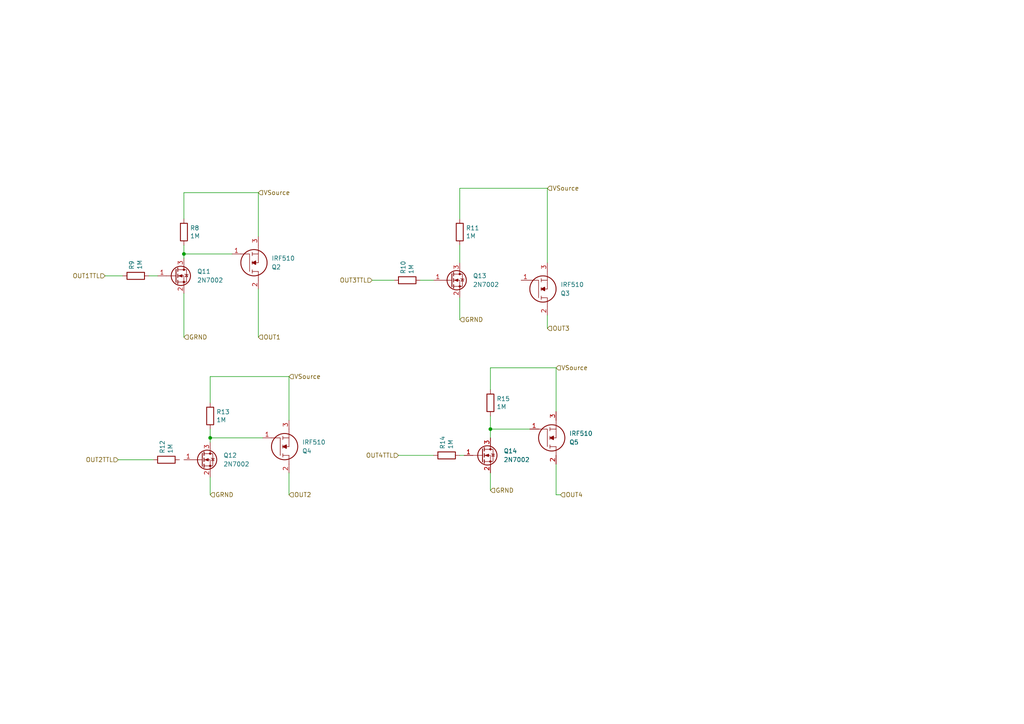
<source format=kicad_sch>
(kicad_sch (version 20250114) (generator "eeschema") (generator_version "9.0")
  (paper "A4")
  (lib_symbols
    (symbol "Device:R" (pin_numbers (hide yes)) (pin_names (offset 0))
      (property "Reference" "R" (at 2.032 0 90))
      (property "Value" "R" (at 0 0 90))
      (symbol "R_0_1"
        (rectangle (start -1.016 -2.54) (end 1.016 2.54) (stroke (width 0.254)))
      )
      (symbol "R_1_1"
        (pin passive line (at 0 3.81 270) (length 1.27) (name "~") (number "1"))
        (pin passive line (at 0 -3.81 90) (length 1.27) (name "~") (number "2"))
      )
    )
    (symbol "SamacSys_Parts:IRF510" (pin_names (offset 0.762))
      (property "Reference" "Q" (at 11.43 3.81 0))
      (property "Value" "IRF510" (at 11.43 1.27 0))
      (symbol "IRF510_0_0"
        (pin passive line (at 0 0 0) (length 2.54) (name "~") (number "1"))
        (pin passive line (at 7.62 10.16 270) (length 2.54) (name "~") (number "2"))
        (pin passive line (at 7.62 -5.08 90) (length 2.54) (name "~") (number "3"))
      )
      (symbol "IRF510_0_1"
        (polyline (pts (xy 2.54 0) (xy 5.08 0) (xy 5.08 5.08)) (stroke (width 0.1524)))
        (polyline (pts (xy 5.842 5.588) (xy 5.842 4.572)) (stroke (width 0.1524)))
        (polyline (pts (xy 5.842 2.54) (xy 6.858 3.048) (xy 6.858 2.032) (xy 5.842 2.54)) (stroke (width 0.254)) (fill (type outline)))
        (polyline (pts (xy 5.842 2.032) (xy 5.842 3.048)) (stroke (width 0.1524)))
        (polyline (pts (xy 5.842 0) (xy 7.62 0)) (stroke (width 0.1524)))
        (polyline (pts (xy 5.842 -0.508) (xy 5.842 0.508)) (stroke (width 0.1524)))
        (circle (center 6.35 2.54) (radius 3.81) (stroke (width 0.254)))
        (polyline (pts (xy 7.62 5.08) (xy 5.842 5.08)) (stroke (width 0.1524)))
        (polyline (pts (xy 7.62 5.08) (xy 7.62 7.62)) (stroke (width 0.1524)))
        (polyline (pts (xy 7.62 2.54) (xy 5.842 2.54)) (stroke (width 0.1524)))
        (polyline (pts (xy 7.62 2.54) (xy 7.62 -2.54)) (stroke (width 0.1524)))
      )
    )
    (symbol "Transistor_FET:2N7002" (pin_names (hide yes))
      (property "Reference" "Q" (at 5.08 1.905 0))
      (property "Value" "2N7002" (at 5.08 0 0))
      (symbol "2N7002_0_1"
        (polyline (pts (xy 0.254 1.905) (xy 0.254 -1.905)) (stroke (width 0.254)))
        (polyline (pts (xy 0.254 0) (xy -2.54 0)))
        (polyline (pts (xy 0.762 2.286) (xy 0.762 1.27)) (stroke (width 0.254)))
        (polyline (pts (xy 0.762 0.508) (xy 0.762 -0.508)) (stroke (width 0.254)))
        (polyline (pts (xy 0.762 -1.27) (xy 0.762 -2.286)) (stroke (width 0.254)))
        (polyline (pts (xy 0.762 -1.778) (xy 3.302 -1.778) (xy 3.302 1.778) (xy 0.762 1.778)))
        (polyline (pts (xy 1.016 0) (xy 2.032 0.381) (xy 2.032 -0.381) (xy 1.016 0)) (fill (type outline)))
        (circle (center 1.651 0) (radius 2.794) (stroke (width 0.254)))
        (polyline (pts (xy 2.54 2.54) (xy 2.54 1.778)))
        (circle (center 2.54 1.778) (radius 0.254) (fill (type outline)))
        (circle (center 2.54 -1.778) (radius 0.254) (fill (type outline)))
        (polyline (pts (xy 2.54 -2.54) (xy 2.54 0) (xy 0.762 0)))
        (polyline (pts (xy 2.794 0.508) (xy 2.921 0.381) (xy 3.683 0.381) (xy 3.81 0.254)))
        (polyline (pts (xy 3.302 0.381) (xy 2.921 -0.254) (xy 3.683 -0.254) (xy 3.302 0.381)))
      )
      (symbol "2N7002_1_1"
        (pin input line (at -5.08 0 0) (length 2.54) (name "G") (number "1"))
        (pin passive line (at 2.54 5.08 270) (length 2.54) (name "D") (number "3"))
        (pin passive line (at 2.54 -5.08 90) (length 2.54) (name "S") (number "2"))
      )
    )
  )
  (junction (at 60.96 127))
  (junction (at 53.34 73.66))
  (junction (at 142.24 124.46))
  (wire (pts (xy 115.57 132.08) (xy 125.73 132.08)))
  (wire (pts (xy 34.29 133.35) (xy 44.45 133.35)))
  (wire (pts (xy 161.29 143.51) (xy 162.56 143.51)))
  (wire (pts (xy 161.29 134.62) (xy 161.29 143.51)))
  (wire (pts (xy 60.96 109.22) (xy 83.82 109.22)))
  (wire (pts (xy 158.75 91.44) (xy 158.75 95.25)))
  (wire (pts (xy 60.96 116.84) (xy 60.96 109.22)))
  (wire (pts (xy 158.75 54.61) (xy 158.75 76.2)))
  (wire (pts (xy 133.35 86.36) (xy 133.35 92.71)))
  (wire (pts (xy 142.24 137.16) (xy 142.24 142.24)))
  (wire (pts (xy 53.34 55.88) (xy 53.34 63.5)))
  (wire (pts (xy 161.29 119.38) (xy 161.29 106.68)))
  (wire (pts (xy 121.92 81.28) (xy 125.73 81.28)))
  (wire (pts (xy 133.35 71.12) (xy 133.35 76.2)))
  (wire (pts (xy 60.96 127) (xy 60.96 128.27)))
  (wire (pts (xy 133.35 54.61) (xy 158.75 54.61)))
  (wire (pts (xy 74.93 83.82) (xy 74.93 97.79)))
  (wire (pts (xy 133.35 63.5) (xy 133.35 54.61)))
  (wire (pts (xy 161.29 106.68) (xy 142.24 106.68)))
  (wire (pts (xy 43.18 80.01) (xy 45.72 80.01)))
  (wire (pts (xy 74.93 55.88) (xy 53.34 55.88)))
  (wire (pts (xy 142.24 120.65) (xy 142.24 124.46)))
  (wire (pts (xy 53.34 71.12) (xy 53.34 73.66)))
  (wire (pts (xy 142.24 106.68) (xy 142.24 113.03)))
  (wire (pts (xy 53.34 73.66) (xy 53.34 74.93)))
  (wire (pts (xy 35.56 80.01) (xy 30.48 80.01)))
  (wire (pts (xy 60.96 124.46) (xy 60.96 127)))
  (wire (pts (xy 60.96 127) (xy 76.2 127)))
  (wire (pts (xy 67.31 73.66) (xy 53.34 73.66)))
  (wire (pts (xy 60.96 138.43) (xy 60.96 143.51)))
  (wire (pts (xy 83.82 109.22) (xy 83.82 121.92)))
  (wire (pts (xy 83.82 137.16) (xy 83.82 143.51)))
  (wire (pts (xy 74.93 68.58) (xy 74.93 55.88)))
  (wire (pts (xy 133.35 132.08) (xy 134.62 132.08)))
  (wire (pts (xy 142.24 124.46) (xy 153.67 124.46)))
  (wire (pts (xy 142.24 124.46) (xy 142.24 127)))
  (wire (pts (xy 107.95 81.28) (xy 114.3 81.28)))
  (wire (pts (xy 53.34 85.09) (xy 53.34 97.79)))
  (hierarchical_label "VSource" (shape input) (at 158.75 54.61 0))
  (hierarchical_label "OUT4" (shape input) (at 162.56 143.51 0))
  (hierarchical_label "GRND" (shape input) (at 142.24 142.24 0))
  (hierarchical_label "OUT4TTL" (shape input) (at 115.57 132.08 180))
  (hierarchical_label "GRND" (shape input) (at 53.34 97.79 0))
  (hierarchical_label "OUT2" (shape input) (at 83.82 143.51 0))
  (hierarchical_label "OUT1TTL" (shape input) (at 30.48 80.01 180))
  (hierarchical_label "OUT1" (shape input) (at 74.93 97.79 0))
  (hierarchical_label "VSource" (shape input) (at 161.29 106.68 0))
  (hierarchical_label "OUT3" (shape input) (at 158.75 95.25 0))
  (hierarchical_label "GRND" (shape input) (at 60.96 143.51 0))
  (hierarchical_label "GRND" (shape input) (at 133.35 92.71 0))
  (hierarchical_label "VSource" (shape input) (at 83.82 109.22 0))
  (hierarchical_label "VSource" (shape input) (at 74.93 55.88 0))
  (hierarchical_label "OUT2TTL" (shape input) (at 34.29 133.35 180))
  (hierarchical_label "OUT3TTL" (shape input) (at 107.95 81.28 180))
  (symbol (lib_id "Device:R") (at 142.24 116.84 0) (unit 1)
    (property "Reference" "R15" (at 144.018 115.6716 0) (effects (justify left)))
    (property "Value" "1M" (at 144.018 117.983 0) (effects (justify left)))
    (property "Footprint" "Resistor_SMD:R_1206_3216Metric_Pad1.30x1.75mm_HandSolder" (effects (hide yes)))
  )
  (symbol (lib_id "SamacSys_Parts:IRF510") (at 151.13 81.28 0) (mirror x) (unit 1)
    (property "Reference" "Q3" (at 162.56 85.0901 0) (effects (justify left)))
    (property "Value" "IRF510" (at 162.56 82.5501 0) (effects (justify left)))
    (property "Footprint" "TO254P465X1024X2050-3P" (effects (hide yes)))
    (property "Datasheet" "https://datasheet.datasheetarchive.com/originals/distributors/Datasheets-DGA23/1581363.pdf" (effects (hide yes)))
    (property "Description" "MOSFET RECOMMENDED ALT 844-IRF510PBF" (effects (hide yes)))
    (property "Height" "4.65" (effects (hide yes)))
    (property "Mouser Part Number" "844-IRF510" (effects (hide yes)))
    (property "Mouser Price/Stock" "https://www.mouser.co.uk/ProductDetail/Vishay-Siliconix/IRF510?qs=ehM%252BESVsXgwwPzb18JjqFw%3D%3D" (effects (hide yes)))
    (property "Manufacturer_Name" "Vishay" (effects (hide yes)))
    (property "Manufacturer_Part_Number" "IRF510" (effects (hide yes)))
  )
  (symbol (lib_id "Device:R") (at 53.34 67.31 0) (unit 1)
    (property "Reference" "R8" (at 55.118 66.1416 0) (effects (justify left)))
    (property "Value" "1M" (at 55.118 68.453 0) (effects (justify left)))
    (property "Footprint" "Resistor_SMD:R_1206_3216Metric_Pad1.30x1.75mm_HandSolder" (effects (hide yes)))
  )
  (symbol (lib_id "Device:R") (at 118.11 81.28 90) (unit 1)
    (property "Reference" "R10" (at 116.9416 79.502 0) (effects (justify left)))
    (property "Value" "1M" (at 119.253 79.502 0) (effects (justify left)))
    (property "Footprint" "Resistor_SMD:R_1206_3216Metric_Pad1.30x1.75mm_HandSolder" (effects (hide yes)))
  )
  (symbol (lib_id "Transistor_FET:2N7002") (at 50.8 80.01 0) (unit 1)
    (property "Reference" "Q11" (at 57.15 78.7399 0) (effects (justify left)))
    (property "Value" "2N7002" (at 57.15 81.2799 0) (effects (justify left)))
    (property "Footprint" "Package_TO_SOT_SMD:SOT-23" (effects (hide yes)))
    (property "Datasheet" "https://www.onsemi.com/pub/Collateral/NDS7002A-D.PDF" (effects (hide yes)))
    (property "Description" "0.115A Id, 60V Vds, N-Channel MOSFET, SOT-23" (effects (hide yes)))
  )
  (symbol (lib_id "Transistor_FET:2N7002") (at 139.7 132.08 0) (unit 1)
    (property "Reference" "Q14" (at 146.05 130.8099 0) (effects (justify left)))
    (property "Value" "2N7002" (at 146.05 133.3499 0) (effects (justify left)))
    (property "Footprint" "Package_TO_SOT_SMD:SOT-23" (effects (hide yes)))
    (property "Datasheet" "https://www.onsemi.com/pub/Collateral/NDS7002A-D.PDF" (effects (hide yes)))
    (property "Description" "0.115A Id, 60V Vds, N-Channel MOSFET, SOT-23" (effects (hide yes)))
  )
  (symbol (lib_id "Device:R") (at 48.26 133.35 90) (unit 1)
    (property "Reference" "R12" (at 47.0916 131.572 0) (effects (justify left)))
    (property "Value" "1M" (at 49.403 131.572 0) (effects (justify left)))
    (property "Footprint" "Resistor_SMD:R_1206_3216Metric_Pad1.30x1.75mm_HandSolder" (effects (hide yes)))
  )
  (symbol (lib_id "SamacSys_Parts:IRF510") (at 153.67 124.46 0) (mirror x) (unit 1)
    (property "Reference" "Q5" (at 165.1 128.2701 0) (effects (justify left)))
    (property "Value" "IRF510" (at 165.1 125.7301 0) (effects (justify left)))
    (property "Footprint" "TO254P465X1024X2050-3P" (effects (hide yes)))
    (property "Datasheet" "https://datasheet.datasheetarchive.com/originals/distributors/Datasheets-DGA23/1581363.pdf" (effects (hide yes)))
    (property "Description" "MOSFET RECOMMENDED ALT 844-IRF510PBF" (effects (hide yes)))
    (property "Height" "4.65" (effects (hide yes)))
    (property "Mouser Part Number" "844-IRF510" (effects (hide yes)))
    (property "Mouser Price/Stock" "https://www.mouser.co.uk/ProductDetail/Vishay-Siliconix/IRF510?qs=ehM%252BESVsXgwwPzb18JjqFw%3D%3D" (effects (hide yes)))
    (property "Manufacturer_Name" "Vishay" (effects (hide yes)))
    (property "Manufacturer_Part_Number" "IRF510" (effects (hide yes)))
  )
  (symbol (lib_id "Device:R") (at 39.37 80.01 90) (unit 1)
    (property "Reference" "R9" (at 38.2016 78.232 0) (effects (justify left)))
    (property "Value" "1M" (at 40.513 78.232 0) (effects (justify left)))
    (property "Footprint" "Resistor_SMD:R_1206_3216Metric_Pad1.30x1.75mm_HandSolder" (effects (hide yes)))
  )
  (symbol (lib_id "Device:R") (at 133.35 67.31 0) (unit 1)
    (property "Reference" "R11" (at 135.128 66.1416 0) (effects (justify left)))
    (property "Value" "1M" (at 135.128 68.453 0) (effects (justify left)))
    (property "Footprint" "Resistor_SMD:R_1206_3216Metric_Pad1.30x1.75mm_HandSolder" (effects (hide yes)))
  )
  (symbol (lib_id "SamacSys_Parts:IRF510") (at 76.2 127 0) (mirror x) (unit 1)
    (property "Reference" "Q4" (at 87.63 130.8101 0) (effects (justify left)))
    (property "Value" "IRF510" (at 87.63 128.2701 0) (effects (justify left)))
    (property "Footprint" "TO254P465X1024X2050-3P" (effects (hide yes)))
    (property "Datasheet" "https://datasheet.datasheetarchive.com/originals/distributors/Datasheets-DGA23/1581363.pdf" (effects (hide yes)))
    (property "Description" "MOSFET RECOMMENDED ALT 844-IRF510PBF" (effects (hide yes)))
    (property "Height" "4.65" (effects (hide yes)))
    (property "Mouser Part Number" "844-IRF510" (effects (hide yes)))
    (property "Mouser Price/Stock" "https://www.mouser.co.uk/ProductDetail/Vishay-Siliconix/IRF510?qs=ehM%252BESVsXgwwPzb18JjqFw%3D%3D" (effects (hide yes)))
    (property "Manufacturer_Name" "Vishay" (effects (hide yes)))
    (property "Manufacturer_Part_Number" "IRF510" (effects (hide yes)))
  )
  (symbol (lib_id "Device:R") (at 129.54 132.08 90) (unit 1)
    (property "Reference" "R14" (at 128.3716 130.302 0) (effects (justify left)))
    (property "Value" "1M" (at 130.683 130.302 0) (effects (justify left)))
    (property "Footprint" "Resistor_SMD:R_1206_3216Metric_Pad1.30x1.75mm_HandSolder" (effects (hide yes)))
  )
  (symbol (lib_id "Transistor_FET:2N7002") (at 130.81 81.28 0) (unit 1)
    (property "Reference" "Q13" (at 137.16 80.0099 0) (effects (justify left)))
    (property "Value" "2N7002" (at 137.16 82.5499 0) (effects (justify left)))
    (property "Footprint" "Package_TO_SOT_SMD:SOT-23" (effects (hide yes)))
    (property "Datasheet" "https://www.onsemi.com/pub/Collateral/NDS7002A-D.PDF" (effects (hide yes)))
    (property "Description" "0.115A Id, 60V Vds, N-Channel MOSFET, SOT-23" (effects (hide yes)))
  )
  (symbol (lib_id "Device:R") (at 60.96 120.65 0) (unit 1)
    (property "Reference" "R13" (at 62.738 119.4816 0) (effects (justify left)))
    (property "Value" "1M" (at 62.738 121.793 0) (effects (justify left)))
    (property "Footprint" "Resistor_SMD:R_1206_3216Metric_Pad1.30x1.75mm_HandSolder" (effects (hide yes)))
  )
  (symbol (lib_id "SamacSys_Parts:IRF510") (at 67.31 73.66 0) (mirror x) (unit 1)
    (property "Reference" "Q2" (at 78.74 77.4701 0) (effects (justify left)))
    (property "Value" "IRF510" (at 78.74 74.9301 0) (effects (justify left)))
    (property "Footprint" "TO254P465X1024X2050-3P" (effects (hide yes)))
    (property "Datasheet" "https://datasheet.datasheetarchive.com/originals/distributors/Datasheets-DGA23/1581363.pdf" (effects (hide yes)))
    (property "Description" "MOSFET RECOMMENDED ALT 844-IRF510PBF" (effects (hide yes)))
    (property "Height" "4.65" (effects (hide yes)))
    (property "Mouser Part Number" "844-IRF510" (effects (hide yes)))
    (property "Mouser Price/Stock" "https://www.mouser.co.uk/ProductDetail/Vishay-Siliconix/IRF510?qs=ehM%252BESVsXgwwPzb18JjqFw%3D%3D" (effects (hide yes)))
    (property "Manufacturer_Name" "Vishay" (effects (hide yes)))
    (property "Manufacturer_Part_Number" "IRF510" (effects (hide yes)))
  )
  (symbol (lib_id "Transistor_FET:2N7002") (at 58.42 133.35 0) (unit 1)
    (property "Reference" "Q12" (at 64.77 132.0799 0) (effects (justify left)))
    (property "Value" "2N7002" (at 64.77 134.6199 0) (effects (justify left)))
    (property "Footprint" "Package_TO_SOT_SMD:SOT-23" (effects (hide yes)))
    (property "Datasheet" "https://www.onsemi.com/pub/Collateral/NDS7002A-D.PDF" (effects (hide yes)))
    (property "Description" "0.115A Id, 60V Vds, N-Channel MOSFET, SOT-23" (effects (hide yes)))
  )
)
</source>
